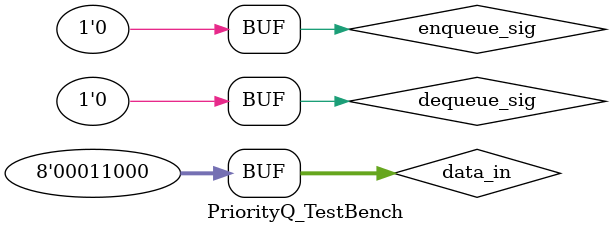
<source format=v>

module PriorityQ_TestBench;

    reg enqueue_sig, dequeue_sig;
    reg [7:0] data_in;
    wire [7:0] data_out;
    PriorityQ PQ(
        data_out, data_in, 
        enqueue_sig, dequeue_sig
        );

    initial
    begin
        enqueue_sig = 1;
        dequeue_sig = 0;
        data_in = 8'd50;

        #10;
        enqueue_sig = 1;
        dequeue_sig = 0;
        data_in = 8'd20;

        #10;
        enqueue_sig = 0;
        dequeue_sig = 1;

        #10;
        enqueue_sig = 1;
        dequeue_sig = 0;
        data_in = 8'd14;

        #10;
        enqueue_sig = 0;
        dequeue_sig = 1;

        #10;
        enqueue_sig = 1;
        dequeue_sig = 0;
        data_in = 8'd24;

        #10;
        enqueue_sig = 0;
        dequeue_sig = 1;

        #10;
        enqueue_sig = 0;
        dequeue_sig = 0;
    end

endmodule
</source>
